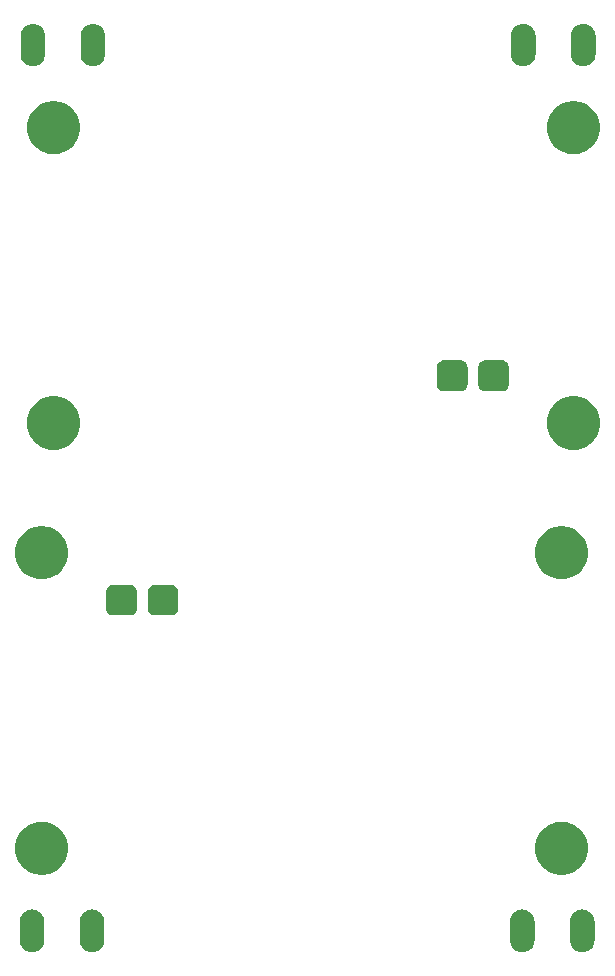
<source format=gbs>
G04 #@! TF.GenerationSoftware,KiCad,Pcbnew,(5.1.5)-3*
G04 #@! TF.CreationDate,2020-02-03T09:46:18+01:00*
G04 #@! TF.ProjectId,Chopper_v2,43686f70-7065-4725-9f76-322e6b696361,rev?*
G04 #@! TF.SameCoordinates,PXc65d40PYb71b000*
G04 #@! TF.FileFunction,Soldermask,Bot*
G04 #@! TF.FilePolarity,Negative*
%FSLAX46Y46*%
G04 Gerber Fmt 4.6, Leading zero omitted, Abs format (unit mm)*
G04 Created by KiCad (PCBNEW (5.1.5)-3) date 2020-02-03 09:46:18*
%MOMM*%
%LPD*%
G04 APERTURE LIST*
%ADD10C,0.100000*%
G04 APERTURE END LIST*
D10*
G36*
X4376032Y10785793D02*
G01*
X4574146Y10725695D01*
X4574149Y10725694D01*
X4670975Y10673939D01*
X4756729Y10628103D01*
X4916765Y10496765D01*
X5048103Y10336729D01*
X5093939Y10250975D01*
X5145694Y10154149D01*
X5145695Y10154146D01*
X5205793Y9956032D01*
X5221000Y9801630D01*
X5221000Y8198370D01*
X5205793Y8043968D01*
X5145695Y7845855D01*
X5145694Y7845851D01*
X5093939Y7749025D01*
X5048103Y7663271D01*
X4916765Y7503235D01*
X4756729Y7371897D01*
X4640030Y7309521D01*
X4574148Y7274306D01*
X4574145Y7274305D01*
X4376031Y7214207D01*
X4170000Y7193915D01*
X3963968Y7214207D01*
X3765854Y7274305D01*
X3765851Y7274306D01*
X3669025Y7326061D01*
X3583271Y7371897D01*
X3423235Y7503235D01*
X3291897Y7663271D01*
X3194307Y7845851D01*
X3194306Y7845852D01*
X3194305Y7845855D01*
X3134207Y8043969D01*
X3119000Y8198371D01*
X3119000Y9801631D01*
X3134207Y9956033D01*
X3194305Y10154146D01*
X3257904Y10273130D01*
X3291898Y10336729D01*
X3423236Y10496765D01*
X3583272Y10628103D01*
X3669026Y10673939D01*
X3765852Y10725694D01*
X3765855Y10725695D01*
X3963969Y10785793D01*
X4170000Y10806085D01*
X4376032Y10785793D01*
G37*
G36*
X45876032Y10785793D02*
G01*
X46074146Y10725695D01*
X46074149Y10725694D01*
X46170975Y10673939D01*
X46256729Y10628103D01*
X46416765Y10496765D01*
X46548103Y10336729D01*
X46593939Y10250975D01*
X46645694Y10154149D01*
X46645695Y10154146D01*
X46705793Y9956032D01*
X46721000Y9801630D01*
X46721000Y8198370D01*
X46705793Y8043968D01*
X46645695Y7845855D01*
X46645694Y7845851D01*
X46593939Y7749025D01*
X46548103Y7663271D01*
X46416765Y7503235D01*
X46256729Y7371897D01*
X46140030Y7309521D01*
X46074148Y7274306D01*
X46074145Y7274305D01*
X45876031Y7214207D01*
X45670000Y7193915D01*
X45463968Y7214207D01*
X45265854Y7274305D01*
X45265851Y7274306D01*
X45169025Y7326061D01*
X45083271Y7371897D01*
X44923235Y7503235D01*
X44791897Y7663271D01*
X44694307Y7845851D01*
X44694306Y7845852D01*
X44694305Y7845855D01*
X44634207Y8043969D01*
X44619000Y8198371D01*
X44619000Y9801631D01*
X44634207Y9956033D01*
X44694305Y10154146D01*
X44757904Y10273130D01*
X44791898Y10336729D01*
X44923236Y10496765D01*
X45083272Y10628103D01*
X45169026Y10673939D01*
X45265852Y10725694D01*
X45265855Y10725695D01*
X45463969Y10785793D01*
X45670000Y10806085D01*
X45876032Y10785793D01*
G37*
G36*
X50956032Y10785793D02*
G01*
X51154146Y10725695D01*
X51154149Y10725694D01*
X51250975Y10673939D01*
X51336729Y10628103D01*
X51496765Y10496765D01*
X51628103Y10336729D01*
X51673939Y10250975D01*
X51725694Y10154149D01*
X51725695Y10154146D01*
X51785793Y9956032D01*
X51801000Y9801630D01*
X51801000Y8198370D01*
X51785793Y8043968D01*
X51725695Y7845855D01*
X51725694Y7845851D01*
X51673939Y7749025D01*
X51628103Y7663271D01*
X51496765Y7503235D01*
X51336729Y7371897D01*
X51220030Y7309521D01*
X51154148Y7274306D01*
X51154145Y7274305D01*
X50956031Y7214207D01*
X50750000Y7193915D01*
X50543968Y7214207D01*
X50345854Y7274305D01*
X50345851Y7274306D01*
X50249025Y7326061D01*
X50163271Y7371897D01*
X50003235Y7503235D01*
X49871897Y7663271D01*
X49774307Y7845851D01*
X49774306Y7845852D01*
X49774305Y7845855D01*
X49714207Y8043969D01*
X49699000Y8198371D01*
X49699000Y9801631D01*
X49714207Y9956033D01*
X49774305Y10154146D01*
X49837904Y10273130D01*
X49871898Y10336729D01*
X50003236Y10496765D01*
X50163272Y10628103D01*
X50249026Y10673939D01*
X50345852Y10725694D01*
X50345855Y10725695D01*
X50543969Y10785793D01*
X50750000Y10806085D01*
X50956032Y10785793D01*
G37*
G36*
X9456032Y10785793D02*
G01*
X9654146Y10725695D01*
X9654149Y10725694D01*
X9750975Y10673939D01*
X9836729Y10628103D01*
X9996765Y10496765D01*
X10128103Y10336729D01*
X10173939Y10250975D01*
X10225694Y10154149D01*
X10225695Y10154146D01*
X10285793Y9956032D01*
X10301000Y9801630D01*
X10301000Y8198370D01*
X10285793Y8043968D01*
X10225695Y7845855D01*
X10225694Y7845851D01*
X10173939Y7749025D01*
X10128103Y7663271D01*
X9996765Y7503235D01*
X9836729Y7371897D01*
X9720030Y7309521D01*
X9654148Y7274306D01*
X9654145Y7274305D01*
X9456031Y7214207D01*
X9250000Y7193915D01*
X9043968Y7214207D01*
X8845854Y7274305D01*
X8845851Y7274306D01*
X8749025Y7326061D01*
X8663271Y7371897D01*
X8503235Y7503235D01*
X8371897Y7663271D01*
X8274307Y7845851D01*
X8274306Y7845852D01*
X8274305Y7845855D01*
X8214207Y8043969D01*
X8199000Y8198371D01*
X8199000Y9801631D01*
X8214207Y9956033D01*
X8274305Y10154146D01*
X8337904Y10273130D01*
X8371898Y10336729D01*
X8503236Y10496765D01*
X8663272Y10628103D01*
X8749026Y10673939D01*
X8845852Y10725694D01*
X8845855Y10725695D01*
X9043969Y10785793D01*
X9250000Y10806085D01*
X9456032Y10785793D01*
G37*
G36*
X5438953Y18206767D02*
G01*
X5656301Y18163534D01*
X6065775Y17993924D01*
X6434292Y17747689D01*
X6747689Y17434292D01*
X6993924Y17065775D01*
X7163534Y16656301D01*
X7250000Y16221606D01*
X7250000Y15778394D01*
X7163534Y15343699D01*
X6993924Y14934225D01*
X6747689Y14565708D01*
X6434292Y14252311D01*
X6065775Y14006076D01*
X5656301Y13836466D01*
X5438953Y13793233D01*
X5221607Y13750000D01*
X4778393Y13750000D01*
X4561047Y13793233D01*
X4343699Y13836466D01*
X3934225Y14006076D01*
X3565708Y14252311D01*
X3252311Y14565708D01*
X3006076Y14934225D01*
X2836466Y15343699D01*
X2750000Y15778394D01*
X2750000Y16221606D01*
X2836466Y16656301D01*
X3006076Y17065775D01*
X3252311Y17434292D01*
X3565708Y17747689D01*
X3934225Y17993924D01*
X4343699Y18163534D01*
X4561047Y18206767D01*
X4778393Y18250000D01*
X5221607Y18250000D01*
X5438953Y18206767D01*
G37*
G36*
X49438953Y18206767D02*
G01*
X49656301Y18163534D01*
X50065775Y17993924D01*
X50434292Y17747689D01*
X50747689Y17434292D01*
X50993924Y17065775D01*
X51163534Y16656301D01*
X51250000Y16221606D01*
X51250000Y15778394D01*
X51163534Y15343699D01*
X50993924Y14934225D01*
X50747689Y14565708D01*
X50434292Y14252311D01*
X50065775Y14006076D01*
X49656301Y13836466D01*
X49438953Y13793233D01*
X49221607Y13750000D01*
X48778393Y13750000D01*
X48561047Y13793233D01*
X48343699Y13836466D01*
X47934225Y14006076D01*
X47565708Y14252311D01*
X47252311Y14565708D01*
X47006076Y14934225D01*
X46836466Y15343699D01*
X46750000Y15778394D01*
X46750000Y16221606D01*
X46836466Y16656301D01*
X47006076Y17065775D01*
X47252311Y17434292D01*
X47565708Y17747689D01*
X47934225Y17993924D01*
X48343699Y18163534D01*
X48561047Y18206767D01*
X48778393Y18250000D01*
X49221607Y18250000D01*
X49438953Y18206767D01*
G37*
G36*
X16077593Y38289109D02*
G01*
X16187789Y38255681D01*
X16289338Y38201402D01*
X16378351Y38128351D01*
X16451402Y38039338D01*
X16505681Y37937789D01*
X16539109Y37827593D01*
X16551000Y37706860D01*
X16551000Y36293140D01*
X16539109Y36172407D01*
X16505681Y36062211D01*
X16451402Y35960662D01*
X16378351Y35871649D01*
X16289338Y35798598D01*
X16187789Y35744319D01*
X16077593Y35710891D01*
X15956860Y35699000D01*
X14543140Y35699000D01*
X14422407Y35710891D01*
X14312211Y35744319D01*
X14210662Y35798598D01*
X14121649Y35871649D01*
X14048598Y35960662D01*
X13994319Y36062211D01*
X13960891Y36172407D01*
X13949000Y36293140D01*
X13949000Y37706860D01*
X13960891Y37827593D01*
X13994319Y37937789D01*
X14048598Y38039338D01*
X14121649Y38128351D01*
X14210662Y38201402D01*
X14312211Y38255681D01*
X14422407Y38289109D01*
X14543140Y38301000D01*
X15956860Y38301000D01*
X16077593Y38289109D01*
G37*
G36*
X12577593Y38289109D02*
G01*
X12687789Y38255681D01*
X12789338Y38201402D01*
X12878351Y38128351D01*
X12951402Y38039338D01*
X13005681Y37937789D01*
X13039109Y37827593D01*
X13051000Y37706860D01*
X13051000Y36293140D01*
X13039109Y36172407D01*
X13005681Y36062211D01*
X12951402Y35960662D01*
X12878351Y35871649D01*
X12789338Y35798598D01*
X12687789Y35744319D01*
X12577593Y35710891D01*
X12456860Y35699000D01*
X11043140Y35699000D01*
X10922407Y35710891D01*
X10812211Y35744319D01*
X10710662Y35798598D01*
X10621649Y35871649D01*
X10548598Y35960662D01*
X10494319Y36062211D01*
X10460891Y36172407D01*
X10449000Y36293140D01*
X10449000Y37706860D01*
X10460891Y37827593D01*
X10494319Y37937789D01*
X10548598Y38039338D01*
X10621649Y38128351D01*
X10710662Y38201402D01*
X10812211Y38255681D01*
X10922407Y38289109D01*
X11043140Y38301000D01*
X12456860Y38301000D01*
X12577593Y38289109D01*
G37*
G36*
X5438953Y43206767D02*
G01*
X5656301Y43163534D01*
X6065775Y42993924D01*
X6434292Y42747689D01*
X6747689Y42434292D01*
X6993924Y42065775D01*
X7163534Y41656301D01*
X7250000Y41221606D01*
X7250000Y40778394D01*
X7163534Y40343699D01*
X6993924Y39934225D01*
X6747689Y39565708D01*
X6434292Y39252311D01*
X6065775Y39006076D01*
X5656301Y38836466D01*
X5221607Y38750000D01*
X4778393Y38750000D01*
X4343699Y38836466D01*
X3934225Y39006076D01*
X3565708Y39252311D01*
X3252311Y39565708D01*
X3006076Y39934225D01*
X2836466Y40343699D01*
X2750000Y40778394D01*
X2750000Y41221606D01*
X2836466Y41656301D01*
X3006076Y42065775D01*
X3252311Y42434292D01*
X3565708Y42747689D01*
X3934225Y42993924D01*
X4343699Y43163534D01*
X4561047Y43206767D01*
X4778393Y43250000D01*
X5221607Y43250000D01*
X5438953Y43206767D01*
G37*
G36*
X49438953Y43206767D02*
G01*
X49656301Y43163534D01*
X50065775Y42993924D01*
X50434292Y42747689D01*
X50747689Y42434292D01*
X50993924Y42065775D01*
X51163534Y41656301D01*
X51250000Y41221606D01*
X51250000Y40778394D01*
X51163534Y40343699D01*
X50993924Y39934225D01*
X50747689Y39565708D01*
X50434292Y39252311D01*
X50065775Y39006076D01*
X49656301Y38836466D01*
X49221607Y38750000D01*
X48778393Y38750000D01*
X48343699Y38836466D01*
X47934225Y39006076D01*
X47565708Y39252311D01*
X47252311Y39565708D01*
X47006076Y39934225D01*
X46836466Y40343699D01*
X46750000Y40778394D01*
X46750000Y41221606D01*
X46836466Y41656301D01*
X47006076Y42065775D01*
X47252311Y42434292D01*
X47565708Y42747689D01*
X47934225Y42993924D01*
X48343699Y43163534D01*
X48561047Y43206767D01*
X48778393Y43250000D01*
X49221607Y43250000D01*
X49438953Y43206767D01*
G37*
G36*
X50656301Y54163534D02*
G01*
X51065775Y53993924D01*
X51434292Y53747689D01*
X51747689Y53434292D01*
X51993924Y53065775D01*
X52163534Y52656301D01*
X52250000Y52221606D01*
X52250000Y51778394D01*
X52163534Y51343699D01*
X51993924Y50934225D01*
X51747689Y50565708D01*
X51434292Y50252311D01*
X51065775Y50006076D01*
X50656301Y49836466D01*
X50221607Y49750000D01*
X49778393Y49750000D01*
X49343699Y49836466D01*
X48934225Y50006076D01*
X48565708Y50252311D01*
X48252311Y50565708D01*
X48006076Y50934225D01*
X47836466Y51343699D01*
X47750000Y51778394D01*
X47750000Y52221606D01*
X47836466Y52656301D01*
X48006076Y53065775D01*
X48252311Y53434292D01*
X48565708Y53747689D01*
X48934225Y53993924D01*
X49343699Y54163534D01*
X49778393Y54250000D01*
X50221607Y54250000D01*
X50656301Y54163534D01*
G37*
G36*
X6656301Y54163534D02*
G01*
X7065775Y53993924D01*
X7434292Y53747689D01*
X7747689Y53434292D01*
X7993924Y53065775D01*
X8163534Y52656301D01*
X8250000Y52221606D01*
X8250000Y51778394D01*
X8163534Y51343699D01*
X7993924Y50934225D01*
X7747689Y50565708D01*
X7434292Y50252311D01*
X7065775Y50006076D01*
X6656301Y49836466D01*
X6221607Y49750000D01*
X5778393Y49750000D01*
X5343699Y49836466D01*
X4934225Y50006076D01*
X4565708Y50252311D01*
X4252311Y50565708D01*
X4006076Y50934225D01*
X3836466Y51343699D01*
X3750000Y51778394D01*
X3750000Y52221606D01*
X3836466Y52656301D01*
X4006076Y53065775D01*
X4252311Y53434292D01*
X4565708Y53747689D01*
X4934225Y53993924D01*
X5343699Y54163534D01*
X5778393Y54250000D01*
X6221607Y54250000D01*
X6656301Y54163534D01*
G37*
G36*
X44077593Y57289109D02*
G01*
X44187789Y57255681D01*
X44289338Y57201402D01*
X44378351Y57128351D01*
X44451402Y57039338D01*
X44505681Y56937789D01*
X44539109Y56827593D01*
X44551000Y56706860D01*
X44551000Y55293140D01*
X44539109Y55172407D01*
X44505681Y55062211D01*
X44451402Y54960662D01*
X44378351Y54871649D01*
X44289338Y54798598D01*
X44187789Y54744319D01*
X44077593Y54710891D01*
X43956860Y54699000D01*
X42543140Y54699000D01*
X42422407Y54710891D01*
X42312211Y54744319D01*
X42210662Y54798598D01*
X42121649Y54871649D01*
X42048598Y54960662D01*
X41994319Y55062211D01*
X41960891Y55172407D01*
X41949000Y55293140D01*
X41949000Y56706860D01*
X41960891Y56827593D01*
X41994319Y56937789D01*
X42048598Y57039338D01*
X42121649Y57128351D01*
X42210662Y57201402D01*
X42312211Y57255681D01*
X42422407Y57289109D01*
X42543140Y57301000D01*
X43956860Y57301000D01*
X44077593Y57289109D01*
G37*
G36*
X40577593Y57289109D02*
G01*
X40687789Y57255681D01*
X40789338Y57201402D01*
X40878351Y57128351D01*
X40951402Y57039338D01*
X41005681Y56937789D01*
X41039109Y56827593D01*
X41051000Y56706860D01*
X41051000Y55293140D01*
X41039109Y55172407D01*
X41005681Y55062211D01*
X40951402Y54960662D01*
X40878351Y54871649D01*
X40789338Y54798598D01*
X40687789Y54744319D01*
X40577593Y54710891D01*
X40456860Y54699000D01*
X39043140Y54699000D01*
X38922407Y54710891D01*
X38812211Y54744319D01*
X38710662Y54798598D01*
X38621649Y54871649D01*
X38548598Y54960662D01*
X38494319Y55062211D01*
X38460891Y55172407D01*
X38449000Y55293140D01*
X38449000Y56706860D01*
X38460891Y56827593D01*
X38494319Y56937789D01*
X38548598Y57039338D01*
X38621649Y57128351D01*
X38710662Y57201402D01*
X38812211Y57255681D01*
X38922407Y57289109D01*
X39043140Y57301000D01*
X40456860Y57301000D01*
X40577593Y57289109D01*
G37*
G36*
X50438953Y79206767D02*
G01*
X50656301Y79163534D01*
X51065775Y78993924D01*
X51434292Y78747689D01*
X51747689Y78434292D01*
X51993924Y78065775D01*
X52163534Y77656301D01*
X52250000Y77221606D01*
X52250000Y76778394D01*
X52163534Y76343699D01*
X51993924Y75934225D01*
X51747689Y75565708D01*
X51434292Y75252311D01*
X51065775Y75006076D01*
X50656301Y74836466D01*
X50438953Y74793233D01*
X50221607Y74750000D01*
X49778393Y74750000D01*
X49561047Y74793233D01*
X49343699Y74836466D01*
X48934225Y75006076D01*
X48565708Y75252311D01*
X48252311Y75565708D01*
X48006076Y75934225D01*
X47836466Y76343699D01*
X47750000Y76778394D01*
X47750000Y77221606D01*
X47836466Y77656301D01*
X48006076Y78065775D01*
X48252311Y78434292D01*
X48565708Y78747689D01*
X48934225Y78993924D01*
X49343699Y79163534D01*
X49561047Y79206767D01*
X49778393Y79250000D01*
X50221607Y79250000D01*
X50438953Y79206767D01*
G37*
G36*
X6438953Y79206767D02*
G01*
X6656301Y79163534D01*
X7065775Y78993924D01*
X7434292Y78747689D01*
X7747689Y78434292D01*
X7993924Y78065775D01*
X8163534Y77656301D01*
X8250000Y77221606D01*
X8250000Y76778394D01*
X8163534Y76343699D01*
X7993924Y75934225D01*
X7747689Y75565708D01*
X7434292Y75252311D01*
X7065775Y75006076D01*
X6656301Y74836466D01*
X6438953Y74793233D01*
X6221607Y74750000D01*
X5778393Y74750000D01*
X5561047Y74793233D01*
X5343699Y74836466D01*
X4934225Y75006076D01*
X4565708Y75252311D01*
X4252311Y75565708D01*
X4006076Y75934225D01*
X3836466Y76343699D01*
X3750000Y76778394D01*
X3750000Y77221606D01*
X3836466Y77656301D01*
X4006076Y78065775D01*
X4252311Y78434292D01*
X4565708Y78747689D01*
X4934225Y78993924D01*
X5343699Y79163534D01*
X5561047Y79206767D01*
X5778393Y79250000D01*
X6221607Y79250000D01*
X6438953Y79206767D01*
G37*
G36*
X51036031Y85785793D02*
G01*
X51234145Y85725695D01*
X51234148Y85725694D01*
X51300030Y85690479D01*
X51416729Y85628103D01*
X51576765Y85496765D01*
X51708103Y85336729D01*
X51708104Y85336727D01*
X51805694Y85154149D01*
X51805694Y85154148D01*
X51805695Y85154146D01*
X51865793Y84956032D01*
X51881000Y84801630D01*
X51881000Y83198370D01*
X51865793Y83043968D01*
X51805695Y82845854D01*
X51805694Y82845851D01*
X51753939Y82749025D01*
X51708103Y82663271D01*
X51576765Y82503235D01*
X51416729Y82371897D01*
X51330975Y82326061D01*
X51234149Y82274306D01*
X51234146Y82274305D01*
X51036032Y82214207D01*
X50830000Y82193915D01*
X50623969Y82214207D01*
X50425855Y82274305D01*
X50425852Y82274306D01*
X50329026Y82326061D01*
X50243272Y82371897D01*
X50083236Y82503235D01*
X49951898Y82663271D01*
X49917904Y82726870D01*
X49854305Y82845854D01*
X49794207Y83043967D01*
X49779000Y83198369D01*
X49779000Y84801630D01*
X49794207Y84956029D01*
X49794207Y84956031D01*
X49854305Y85154145D01*
X49854306Y85154148D01*
X49889521Y85220030D01*
X49951897Y85336729D01*
X50083235Y85496765D01*
X50243271Y85628103D01*
X50329025Y85673939D01*
X50425851Y85725694D01*
X50425854Y85725695D01*
X50623968Y85785793D01*
X50830000Y85806085D01*
X51036031Y85785793D01*
G37*
G36*
X45956031Y85785793D02*
G01*
X46154145Y85725695D01*
X46154148Y85725694D01*
X46220030Y85690479D01*
X46336729Y85628103D01*
X46496765Y85496765D01*
X46628103Y85336729D01*
X46628104Y85336727D01*
X46725694Y85154149D01*
X46725694Y85154148D01*
X46725695Y85154146D01*
X46785793Y84956032D01*
X46801000Y84801630D01*
X46801000Y83198370D01*
X46785793Y83043968D01*
X46725695Y82845854D01*
X46725694Y82845851D01*
X46673939Y82749025D01*
X46628103Y82663271D01*
X46496765Y82503235D01*
X46336729Y82371897D01*
X46250975Y82326061D01*
X46154149Y82274306D01*
X46154146Y82274305D01*
X45956032Y82214207D01*
X45750000Y82193915D01*
X45543969Y82214207D01*
X45345855Y82274305D01*
X45345852Y82274306D01*
X45249026Y82326061D01*
X45163272Y82371897D01*
X45003236Y82503235D01*
X44871898Y82663271D01*
X44837904Y82726870D01*
X44774305Y82845854D01*
X44714207Y83043967D01*
X44699000Y83198369D01*
X44699000Y84801630D01*
X44714207Y84956029D01*
X44714207Y84956031D01*
X44774305Y85154145D01*
X44774306Y85154148D01*
X44809521Y85220030D01*
X44871897Y85336729D01*
X45003235Y85496765D01*
X45163271Y85628103D01*
X45249025Y85673939D01*
X45345851Y85725694D01*
X45345854Y85725695D01*
X45543968Y85785793D01*
X45750000Y85806085D01*
X45956031Y85785793D01*
G37*
G36*
X4456031Y85785793D02*
G01*
X4654145Y85725695D01*
X4654148Y85725694D01*
X4720030Y85690479D01*
X4836729Y85628103D01*
X4996765Y85496765D01*
X5128103Y85336729D01*
X5128104Y85336727D01*
X5225694Y85154149D01*
X5225694Y85154148D01*
X5225695Y85154146D01*
X5285793Y84956032D01*
X5301000Y84801630D01*
X5301000Y83198370D01*
X5285793Y83043968D01*
X5225695Y82845854D01*
X5225694Y82845851D01*
X5173939Y82749025D01*
X5128103Y82663271D01*
X4996765Y82503235D01*
X4836729Y82371897D01*
X4750975Y82326061D01*
X4654149Y82274306D01*
X4654146Y82274305D01*
X4456032Y82214207D01*
X4250000Y82193915D01*
X4043969Y82214207D01*
X3845855Y82274305D01*
X3845852Y82274306D01*
X3749026Y82326061D01*
X3663272Y82371897D01*
X3503236Y82503235D01*
X3371898Y82663271D01*
X3337904Y82726870D01*
X3274305Y82845854D01*
X3214207Y83043967D01*
X3199000Y83198369D01*
X3199000Y84801630D01*
X3214207Y84956029D01*
X3214207Y84956031D01*
X3274305Y85154145D01*
X3274306Y85154148D01*
X3309521Y85220030D01*
X3371897Y85336729D01*
X3503235Y85496765D01*
X3663271Y85628103D01*
X3749025Y85673939D01*
X3845851Y85725694D01*
X3845854Y85725695D01*
X4043968Y85785793D01*
X4250000Y85806085D01*
X4456031Y85785793D01*
G37*
G36*
X9536031Y85785793D02*
G01*
X9734145Y85725695D01*
X9734148Y85725694D01*
X9800030Y85690479D01*
X9916729Y85628103D01*
X10076765Y85496765D01*
X10208103Y85336729D01*
X10208104Y85336727D01*
X10305694Y85154149D01*
X10305694Y85154148D01*
X10305695Y85154146D01*
X10365793Y84956032D01*
X10381000Y84801630D01*
X10381000Y83198370D01*
X10365793Y83043968D01*
X10305695Y82845854D01*
X10305694Y82845851D01*
X10253939Y82749025D01*
X10208103Y82663271D01*
X10076765Y82503235D01*
X9916729Y82371897D01*
X9830975Y82326061D01*
X9734149Y82274306D01*
X9734146Y82274305D01*
X9536032Y82214207D01*
X9330000Y82193915D01*
X9123969Y82214207D01*
X8925855Y82274305D01*
X8925852Y82274306D01*
X8829026Y82326061D01*
X8743272Y82371897D01*
X8583236Y82503235D01*
X8451898Y82663271D01*
X8417904Y82726870D01*
X8354305Y82845854D01*
X8294207Y83043967D01*
X8279000Y83198369D01*
X8279000Y84801630D01*
X8294207Y84956029D01*
X8294207Y84956031D01*
X8354305Y85154145D01*
X8354306Y85154148D01*
X8389521Y85220030D01*
X8451897Y85336729D01*
X8583235Y85496765D01*
X8743271Y85628103D01*
X8829025Y85673939D01*
X8925851Y85725694D01*
X8925854Y85725695D01*
X9123968Y85785793D01*
X9330000Y85806085D01*
X9536031Y85785793D01*
G37*
M02*

</source>
